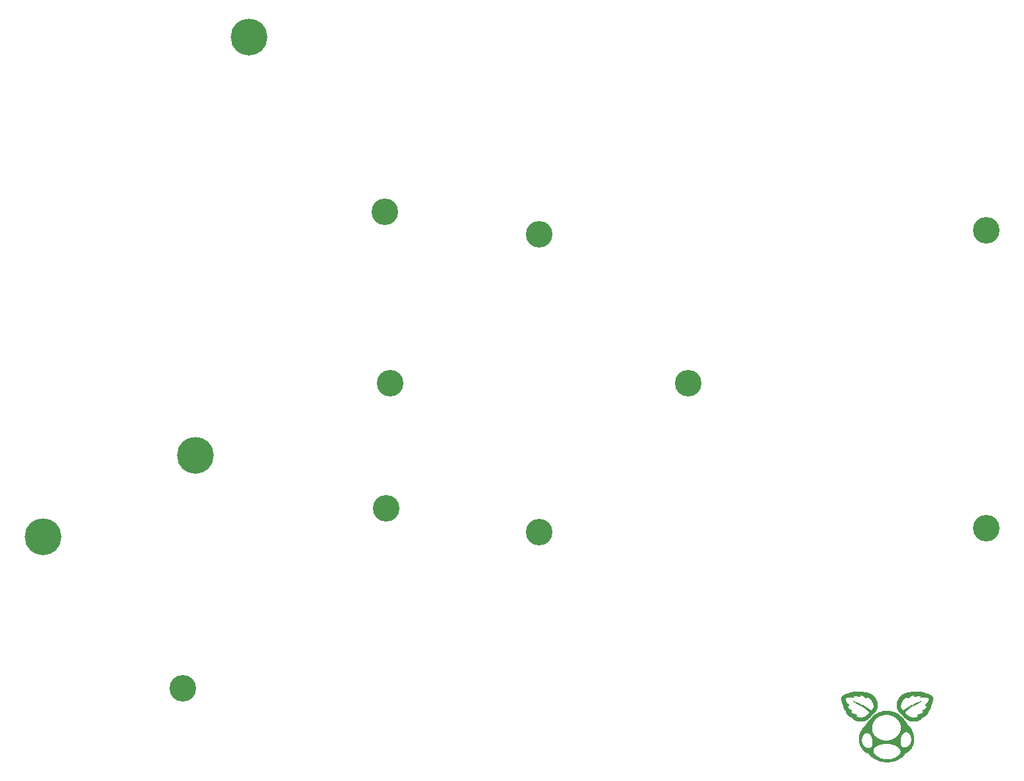
<source format=gbr>
%TF.GenerationSoftware,KiCad,Pcbnew,7.0.5-0*%
%TF.CreationDate,2024-02-11T16:38:14-08:00*%
%TF.ProjectId,Sofle_Pico_Top_Plate,536f666c-655f-4506-9963-6f5f546f705f,3.5.5*%
%TF.SameCoordinates,Original*%
%TF.FileFunction,Soldermask,Top*%
%TF.FilePolarity,Negative*%
%FSLAX46Y46*%
G04 Gerber Fmt 4.6, Leading zero omitted, Abs format (unit mm)*
G04 Created by KiCad (PCBNEW 7.0.5-0) date 2024-02-11 16:38:14*
%MOMM*%
%LPD*%
G01*
G04 APERTURE LIST*
%ADD10C,0.022619*%
%ADD11C,4.700000*%
%ADD12C,3.400000*%
G04 APERTURE END LIST*
%TO.C,REF\u002A\u002A*%
D10*
X188157952Y-127363632D02*
X188197722Y-127365223D01*
X188237587Y-127367758D01*
X188277502Y-127371252D01*
X188317417Y-127375721D01*
X188357287Y-127381180D01*
X188397063Y-127387646D01*
X188436698Y-127395133D01*
X188476146Y-127403659D01*
X188515359Y-127413238D01*
X188554289Y-127423886D01*
X188592889Y-127435619D01*
X188631113Y-127448453D01*
X188668912Y-127462403D01*
X188706240Y-127477486D01*
X188787192Y-127474029D01*
X188868850Y-127476362D01*
X188950925Y-127484356D01*
X189033127Y-127497884D01*
X189115166Y-127516816D01*
X189196750Y-127541024D01*
X189277591Y-127570379D01*
X189357398Y-127604753D01*
X189435881Y-127644017D01*
X189512749Y-127688042D01*
X189587713Y-127736700D01*
X189660483Y-127789863D01*
X189730767Y-127847401D01*
X189798277Y-127909187D01*
X189862721Y-127975091D01*
X189923810Y-128044985D01*
X189981254Y-128118741D01*
X190034762Y-128196229D01*
X190084045Y-128277321D01*
X190128811Y-128361889D01*
X190168772Y-128449804D01*
X190203636Y-128540938D01*
X190233114Y-128635161D01*
X190256915Y-128732346D01*
X190274750Y-128832364D01*
X190286328Y-128935085D01*
X190291358Y-129040382D01*
X190289552Y-129148126D01*
X190280618Y-129258188D01*
X190264267Y-129370440D01*
X190240208Y-129484754D01*
X190208151Y-129601000D01*
X190190078Y-129646749D01*
X190169813Y-129691461D01*
X190147442Y-129735087D01*
X190123048Y-129777577D01*
X190096715Y-129818883D01*
X190068529Y-129858955D01*
X190038572Y-129897745D01*
X190006929Y-129935203D01*
X189973685Y-129971281D01*
X189938924Y-130005930D01*
X189902730Y-130039101D01*
X189865186Y-130070744D01*
X189826378Y-130100812D01*
X189786389Y-130129254D01*
X189745304Y-130156022D01*
X189703208Y-130181067D01*
X189654371Y-130255262D01*
X189604537Y-130326657D01*
X189553454Y-130395327D01*
X189500866Y-130461345D01*
X189446519Y-130524785D01*
X189390159Y-130585722D01*
X189331532Y-130644230D01*
X189270383Y-130700383D01*
X189206460Y-130754255D01*
X189139506Y-130805920D01*
X189069268Y-130855452D01*
X188995493Y-130902925D01*
X188917925Y-130948414D01*
X188836310Y-130991992D01*
X188750395Y-131033734D01*
X188659925Y-131073713D01*
X188582109Y-131094360D01*
X188492209Y-131110854D01*
X188392198Y-131122720D01*
X188284047Y-131129487D01*
X188169729Y-131130681D01*
X188051213Y-131125828D01*
X187930474Y-131114457D01*
X187809482Y-131096095D01*
X187690209Y-131070267D01*
X187574627Y-131036502D01*
X187518836Y-131016494D01*
X187464708Y-130994325D01*
X187412488Y-130969936D01*
X187362423Y-130943266D01*
X187314760Y-130914256D01*
X187269745Y-130882849D01*
X187227624Y-130848984D01*
X187188645Y-130812603D01*
X187153053Y-130773645D01*
X187121095Y-130732054D01*
X187093017Y-130687768D01*
X187069066Y-130640729D01*
X186993936Y-130612424D01*
X186947783Y-130593510D01*
X186897110Y-130570717D01*
X186842821Y-130543517D01*
X186785820Y-130511379D01*
X186727011Y-130473777D01*
X186667297Y-130430180D01*
X186607583Y-130380059D01*
X186548772Y-130322887D01*
X186519988Y-130291491D01*
X186491769Y-130258134D01*
X186464227Y-130222750D01*
X186437477Y-130185272D01*
X186411630Y-130145634D01*
X186386800Y-130103771D01*
X186363099Y-130059616D01*
X186340641Y-130013103D01*
X186319539Y-129964166D01*
X186299906Y-129912739D01*
X186281855Y-129858756D01*
X186265498Y-129802150D01*
X186228529Y-129766698D01*
X186193785Y-129728232D01*
X186161296Y-129687061D01*
X186131092Y-129643498D01*
X186103203Y-129597852D01*
X186077659Y-129550433D01*
X186054489Y-129501553D01*
X186033724Y-129451521D01*
X186015394Y-129400649D01*
X185999528Y-129349247D01*
X185986157Y-129297625D01*
X185975310Y-129246095D01*
X185967017Y-129194966D01*
X185961309Y-129144548D01*
X185958215Y-129095154D01*
X185957765Y-129047093D01*
X185937818Y-129019142D01*
X185918940Y-128989873D01*
X185901085Y-128959422D01*
X185884208Y-128927925D01*
X185868264Y-128895518D01*
X185853208Y-128862339D01*
X185838994Y-128828524D01*
X185825577Y-128794208D01*
X185800953Y-128724623D01*
X185778973Y-128654675D01*
X185759276Y-128585455D01*
X185741499Y-128518055D01*
X185733037Y-128479155D01*
X185725147Y-128440038D01*
X185718081Y-128400731D01*
X185712093Y-128361256D01*
X185707434Y-128321640D01*
X185705683Y-128301786D01*
X185704359Y-128281905D01*
X185703494Y-128262002D01*
X185703244Y-128248692D01*
X186167183Y-128248692D01*
X186172520Y-128310386D01*
X186182088Y-128369287D01*
X186195489Y-128425455D01*
X186212325Y-128478950D01*
X186232197Y-128529832D01*
X186254707Y-128578161D01*
X186279455Y-128623998D01*
X186306045Y-128667401D01*
X186334076Y-128708432D01*
X186363150Y-128747150D01*
X186422836Y-128817888D01*
X186481913Y-128880096D01*
X186537194Y-128934253D01*
X186585490Y-128980840D01*
X186623614Y-129020337D01*
X186637864Y-129037577D01*
X186648376Y-129053225D01*
X186654751Y-129067340D01*
X186656589Y-129079983D01*
X186653494Y-129091214D01*
X186645065Y-129101093D01*
X186630906Y-129109679D01*
X186610616Y-129117034D01*
X186583798Y-129123216D01*
X186550053Y-129128286D01*
X186460189Y-129135330D01*
X186468409Y-129189351D01*
X186481589Y-129240777D01*
X186499241Y-129289663D01*
X186520884Y-129336061D01*
X186546030Y-129380024D01*
X186574196Y-129421605D01*
X186604898Y-129460857D01*
X186637651Y-129497834D01*
X186671969Y-129532588D01*
X186707369Y-129565172D01*
X186779474Y-129624042D01*
X186850090Y-129674869D01*
X186915339Y-129718077D01*
X187014230Y-129783331D01*
X187029541Y-129795545D01*
X187040118Y-129806225D01*
X187045476Y-129815425D01*
X187045131Y-129823196D01*
X187038598Y-129829593D01*
X187025393Y-129834668D01*
X187005031Y-129838474D01*
X186977027Y-129841064D01*
X186896156Y-129842808D01*
X186778903Y-129840326D01*
X186798771Y-129878452D01*
X186823994Y-129914403D01*
X186854048Y-129948282D01*
X186888412Y-129980191D01*
X186926563Y-130010234D01*
X186967979Y-130038514D01*
X187012137Y-130065132D01*
X187058515Y-130090193D01*
X187155840Y-130136051D01*
X187255777Y-130176910D01*
X187446766Y-130246922D01*
X187529459Y-130277720D01*
X187598047Y-130306809D01*
X187625745Y-130320969D01*
X187648350Y-130335011D01*
X187665338Y-130349037D01*
X187676188Y-130363150D01*
X187680377Y-130377452D01*
X187677382Y-130392047D01*
X187666682Y-130407037D01*
X187647754Y-130422525D01*
X187620075Y-130438614D01*
X187583124Y-130455406D01*
X187536377Y-130473005D01*
X187479312Y-130491513D01*
X187566688Y-130537265D01*
X187660633Y-130579498D01*
X187760455Y-130616760D01*
X187865457Y-130647599D01*
X187974943Y-130670562D01*
X188088219Y-130684196D01*
X188146061Y-130687061D01*
X188204590Y-130687048D01*
X188263718Y-130683978D01*
X188323359Y-130677667D01*
X188383425Y-130667934D01*
X188443831Y-130654598D01*
X188504489Y-130637477D01*
X188565312Y-130616390D01*
X188626213Y-130591155D01*
X188687105Y-130561590D01*
X188747902Y-130527514D01*
X188808516Y-130488745D01*
X188868860Y-130445101D01*
X188928848Y-130396402D01*
X188988393Y-130342465D01*
X189047408Y-130283109D01*
X189105805Y-130218152D01*
X189163498Y-130147413D01*
X189220401Y-130070710D01*
X189276425Y-129987862D01*
X189208127Y-129915432D01*
X189132847Y-129841451D01*
X189050337Y-129765853D01*
X188960349Y-129688571D01*
X188862635Y-129609540D01*
X188756945Y-129528693D01*
X188520645Y-129361286D01*
X188249460Y-129185820D01*
X187941403Y-129001767D01*
X187594486Y-128808595D01*
X187206719Y-128605776D01*
X187364774Y-128659917D01*
X187520801Y-128716356D01*
X187674734Y-128775168D01*
X187826508Y-128836425D01*
X187976055Y-128900200D01*
X188123309Y-128966567D01*
X188268205Y-129035597D01*
X188410675Y-129107363D01*
X188550653Y-129181940D01*
X188688074Y-129259399D01*
X188822870Y-129339815D01*
X188954975Y-129423258D01*
X189084323Y-129509804D01*
X189210847Y-129599524D01*
X189334482Y-129692491D01*
X189455161Y-129788779D01*
X189519969Y-129750880D01*
X189578138Y-129708531D01*
X189629798Y-129662057D01*
X189675080Y-129611787D01*
X189714116Y-129558048D01*
X189747038Y-129501165D01*
X189773977Y-129441467D01*
X189795064Y-129379281D01*
X189810431Y-129314932D01*
X189820209Y-129248750D01*
X189824529Y-129181059D01*
X189823524Y-129112189D01*
X189817324Y-129042464D01*
X189806061Y-128972214D01*
X189789867Y-128901764D01*
X189768872Y-128831441D01*
X189743208Y-128761574D01*
X189713007Y-128692488D01*
X189678400Y-128624510D01*
X189639518Y-128557969D01*
X189596494Y-128493190D01*
X189549457Y-128430502D01*
X189498541Y-128370230D01*
X189443875Y-128312702D01*
X189385593Y-128258245D01*
X189323824Y-128207186D01*
X189258700Y-128159852D01*
X189190354Y-128116570D01*
X189118916Y-128077667D01*
X189044518Y-128043470D01*
X188967290Y-128014307D01*
X188887366Y-127990504D01*
X188891398Y-128034194D01*
X188892757Y-128071016D01*
X188891531Y-128101332D01*
X188887810Y-128125506D01*
X188881682Y-128143901D01*
X188873235Y-128156879D01*
X188862560Y-128164804D01*
X188849744Y-128168039D01*
X188834877Y-128166947D01*
X188818048Y-128161892D01*
X188799344Y-128153236D01*
X188778856Y-128141342D01*
X188732881Y-128109296D01*
X188680834Y-128068657D01*
X188561364Y-127973222D01*
X188495364Y-127924237D01*
X188426135Y-127878279D01*
X188390531Y-127857344D01*
X188354387Y-127838255D01*
X188317791Y-127821375D01*
X188280833Y-127807068D01*
X188243600Y-127795697D01*
X188206182Y-127787624D01*
X188168668Y-127783214D01*
X188131146Y-127782829D01*
X188121148Y-127783454D01*
X188111154Y-127784400D01*
X188101168Y-127785675D01*
X188091190Y-127787282D01*
X188081226Y-127789230D01*
X188071276Y-127791523D01*
X188061345Y-127794167D01*
X188051435Y-127797169D01*
X188086022Y-127881665D01*
X188096238Y-127914812D01*
X188101970Y-127942363D01*
X188103397Y-127964674D01*
X188100694Y-127982099D01*
X188094040Y-127994993D01*
X188083610Y-128003709D01*
X188069582Y-128008603D01*
X188052132Y-128010028D01*
X188031438Y-128008341D01*
X188007676Y-128003894D01*
X187951658Y-127988140D01*
X187885493Y-127965604D01*
X187728384Y-127911530D01*
X187640270Y-127885662D01*
X187547671Y-127864357D01*
X187500131Y-127856300D01*
X187452001Y-127850448D01*
X187403458Y-127847154D01*
X187354677Y-127846773D01*
X187305837Y-127849659D01*
X187257114Y-127856167D01*
X187208685Y-127866651D01*
X187160727Y-127881466D01*
X187223258Y-127953110D01*
X187260898Y-128004471D01*
X187270938Y-128023469D01*
X187275420Y-128038505D01*
X187274566Y-128049947D01*
X187268598Y-128058165D01*
X187257736Y-128063530D01*
X187242203Y-128066409D01*
X187198009Y-128066189D01*
X187063317Y-128052184D01*
X186976365Y-128044309D01*
X186878705Y-128039791D01*
X186772111Y-128041586D01*
X186658356Y-128052650D01*
X186599347Y-128062581D01*
X186539213Y-128075938D01*
X186478175Y-128093089D01*
X186416454Y-128114404D01*
X186354273Y-128140252D01*
X186291853Y-128171003D01*
X186229416Y-128207027D01*
X186167183Y-128248692D01*
X185703244Y-128248692D01*
X185703119Y-128242078D01*
X185703267Y-128222138D01*
X185703969Y-128202183D01*
X185705092Y-128181879D01*
X185707283Y-128161690D01*
X185710523Y-128141661D01*
X185714792Y-128121840D01*
X185720070Y-128102275D01*
X185726339Y-128083012D01*
X185733577Y-128064099D01*
X185741767Y-128045582D01*
X185750887Y-128027509D01*
X185760920Y-128009927D01*
X185771844Y-127992883D01*
X185783642Y-127976424D01*
X185796292Y-127960597D01*
X185809776Y-127945450D01*
X185824074Y-127931029D01*
X185839167Y-127917381D01*
X185882393Y-127883761D01*
X185926848Y-127851854D01*
X185972461Y-127821667D01*
X186019160Y-127793205D01*
X186066875Y-127766476D01*
X186115533Y-127741485D01*
X186165064Y-127718239D01*
X186215396Y-127696745D01*
X186266458Y-127677008D01*
X186318179Y-127659034D01*
X186370487Y-127642831D01*
X186423311Y-127628405D01*
X186476580Y-127615761D01*
X186530223Y-127604907D01*
X186584167Y-127595847D01*
X186638343Y-127588590D01*
X186659976Y-127574746D01*
X186682055Y-127562139D01*
X186704562Y-127550632D01*
X186727477Y-127540087D01*
X186750781Y-127530365D01*
X186774453Y-127521329D01*
X186822825Y-127504759D01*
X186923132Y-127473769D01*
X186974753Y-127457138D01*
X187000862Y-127448055D01*
X187027144Y-127438276D01*
X187065704Y-127426824D01*
X187106040Y-127416543D01*
X187147904Y-127407459D01*
X187191051Y-127399595D01*
X187235235Y-127392973D01*
X187280210Y-127387618D01*
X187325728Y-127383553D01*
X187371546Y-127380801D01*
X187417415Y-127379386D01*
X187463090Y-127379331D01*
X187508325Y-127380660D01*
X187552874Y-127383397D01*
X187596491Y-127387564D01*
X187638929Y-127393186D01*
X187679942Y-127400285D01*
X187719285Y-127408885D01*
X187761608Y-127399139D01*
X187804845Y-127390492D01*
X187848915Y-127382971D01*
X187893735Y-127376603D01*
X187939224Y-127371417D01*
X187985300Y-127367438D01*
X188031882Y-127364696D01*
X188078888Y-127363216D01*
X188118325Y-127362968D01*
X188157952Y-127363632D01*
G36*
X188157952Y-127363632D02*
G01*
X188197722Y-127365223D01*
X188237587Y-127367758D01*
X188277502Y-127371252D01*
X188317417Y-127375721D01*
X188357287Y-127381180D01*
X188397063Y-127387646D01*
X188436698Y-127395133D01*
X188476146Y-127403659D01*
X188515359Y-127413238D01*
X188554289Y-127423886D01*
X188592889Y-127435619D01*
X188631113Y-127448453D01*
X188668912Y-127462403D01*
X188706240Y-127477486D01*
X188787192Y-127474029D01*
X188868850Y-127476362D01*
X188950925Y-127484356D01*
X189033127Y-127497884D01*
X189115166Y-127516816D01*
X189196750Y-127541024D01*
X189277591Y-127570379D01*
X189357398Y-127604753D01*
X189435881Y-127644017D01*
X189512749Y-127688042D01*
X189587713Y-127736700D01*
X189660483Y-127789863D01*
X189730767Y-127847401D01*
X189798277Y-127909187D01*
X189862721Y-127975091D01*
X189923810Y-128044985D01*
X189981254Y-128118741D01*
X190034762Y-128196229D01*
X190084045Y-128277321D01*
X190128811Y-128361889D01*
X190168772Y-128449804D01*
X190203636Y-128540938D01*
X190233114Y-128635161D01*
X190256915Y-128732346D01*
X190274750Y-128832364D01*
X190286328Y-128935085D01*
X190291358Y-129040382D01*
X190289552Y-129148126D01*
X190280618Y-129258188D01*
X190264267Y-129370440D01*
X190240208Y-129484754D01*
X190208151Y-129601000D01*
X190190078Y-129646749D01*
X190169813Y-129691461D01*
X190147442Y-129735087D01*
X190123048Y-129777577D01*
X190096715Y-129818883D01*
X190068529Y-129858955D01*
X190038572Y-129897745D01*
X190006929Y-129935203D01*
X189973685Y-129971281D01*
X189938924Y-130005930D01*
X189902730Y-130039101D01*
X189865186Y-130070744D01*
X189826378Y-130100812D01*
X189786389Y-130129254D01*
X189745304Y-130156022D01*
X189703208Y-130181067D01*
X189654371Y-130255262D01*
X189604537Y-130326657D01*
X189553454Y-130395327D01*
X189500866Y-130461345D01*
X189446519Y-130524785D01*
X189390159Y-130585722D01*
X189331532Y-130644230D01*
X189270383Y-130700383D01*
X189206460Y-130754255D01*
X189139506Y-130805920D01*
X189069268Y-130855452D01*
X188995493Y-130902925D01*
X188917925Y-130948414D01*
X188836310Y-130991992D01*
X188750395Y-131033734D01*
X188659925Y-131073713D01*
X188582109Y-131094360D01*
X188492209Y-131110854D01*
X188392198Y-131122720D01*
X188284047Y-131129487D01*
X188169729Y-131130681D01*
X188051213Y-131125828D01*
X187930474Y-131114457D01*
X187809482Y-131096095D01*
X187690209Y-131070267D01*
X187574627Y-131036502D01*
X187518836Y-131016494D01*
X187464708Y-130994325D01*
X187412488Y-130969936D01*
X187362423Y-130943266D01*
X187314760Y-130914256D01*
X187269745Y-130882849D01*
X187227624Y-130848984D01*
X187188645Y-130812603D01*
X187153053Y-130773645D01*
X187121095Y-130732054D01*
X187093017Y-130687768D01*
X187069066Y-130640729D01*
X186993936Y-130612424D01*
X186947783Y-130593510D01*
X186897110Y-130570717D01*
X186842821Y-130543517D01*
X186785820Y-130511379D01*
X186727011Y-130473777D01*
X186667297Y-130430180D01*
X186607583Y-130380059D01*
X186548772Y-130322887D01*
X186519988Y-130291491D01*
X186491769Y-130258134D01*
X186464227Y-130222750D01*
X186437477Y-130185272D01*
X186411630Y-130145634D01*
X186386800Y-130103771D01*
X186363099Y-130059616D01*
X186340641Y-130013103D01*
X186319539Y-129964166D01*
X186299906Y-129912739D01*
X186281855Y-129858756D01*
X186265498Y-129802150D01*
X186228529Y-129766698D01*
X186193785Y-129728232D01*
X186161296Y-129687061D01*
X186131092Y-129643498D01*
X186103203Y-129597852D01*
X186077659Y-129550433D01*
X186054489Y-129501553D01*
X186033724Y-129451521D01*
X186015394Y-129400649D01*
X185999528Y-129349247D01*
X185986157Y-129297625D01*
X185975310Y-129246095D01*
X185967017Y-129194966D01*
X185961309Y-129144548D01*
X185958215Y-129095154D01*
X185957765Y-129047093D01*
X185937818Y-129019142D01*
X185918940Y-128989873D01*
X185901085Y-128959422D01*
X185884208Y-128927925D01*
X185868264Y-128895518D01*
X185853208Y-128862339D01*
X185838994Y-128828524D01*
X185825577Y-128794208D01*
X185800953Y-128724623D01*
X185778973Y-128654675D01*
X185759276Y-128585455D01*
X185741499Y-128518055D01*
X185733037Y-128479155D01*
X185725147Y-128440038D01*
X185718081Y-128400731D01*
X185712093Y-128361256D01*
X185707434Y-128321640D01*
X185705683Y-128301786D01*
X185704359Y-128281905D01*
X185703494Y-128262002D01*
X185703244Y-128248692D01*
X186167183Y-128248692D01*
X186172520Y-128310386D01*
X186182088Y-128369287D01*
X186195489Y-128425455D01*
X186212325Y-128478950D01*
X186232197Y-128529832D01*
X186254707Y-128578161D01*
X186279455Y-128623998D01*
X186306045Y-128667401D01*
X186334076Y-128708432D01*
X186363150Y-128747150D01*
X186422836Y-128817888D01*
X186481913Y-128880096D01*
X186537194Y-128934253D01*
X186585490Y-128980840D01*
X186623614Y-129020337D01*
X186637864Y-129037577D01*
X186648376Y-129053225D01*
X186654751Y-129067340D01*
X186656589Y-129079983D01*
X186653494Y-129091214D01*
X186645065Y-129101093D01*
X186630906Y-129109679D01*
X186610616Y-129117034D01*
X186583798Y-129123216D01*
X186550053Y-129128286D01*
X186460189Y-129135330D01*
X186468409Y-129189351D01*
X186481589Y-129240777D01*
X186499241Y-129289663D01*
X186520884Y-129336061D01*
X186546030Y-129380024D01*
X186574196Y-129421605D01*
X186604898Y-129460857D01*
X186637651Y-129497834D01*
X186671969Y-129532588D01*
X186707369Y-129565172D01*
X186779474Y-129624042D01*
X186850090Y-129674869D01*
X186915339Y-129718077D01*
X187014230Y-129783331D01*
X187029541Y-129795545D01*
X187040118Y-129806225D01*
X187045476Y-129815425D01*
X187045131Y-129823196D01*
X187038598Y-129829593D01*
X187025393Y-129834668D01*
X187005031Y-129838474D01*
X186977027Y-129841064D01*
X186896156Y-129842808D01*
X186778903Y-129840326D01*
X186798771Y-129878452D01*
X186823994Y-129914403D01*
X186854048Y-129948282D01*
X186888412Y-129980191D01*
X186926563Y-130010234D01*
X186967979Y-130038514D01*
X187012137Y-130065132D01*
X187058515Y-130090193D01*
X187155840Y-130136051D01*
X187255777Y-130176910D01*
X187446766Y-130246922D01*
X187529459Y-130277720D01*
X187598047Y-130306809D01*
X187625745Y-130320969D01*
X187648350Y-130335011D01*
X187665338Y-130349037D01*
X187676188Y-130363150D01*
X187680377Y-130377452D01*
X187677382Y-130392047D01*
X187666682Y-130407037D01*
X187647754Y-130422525D01*
X187620075Y-130438614D01*
X187583124Y-130455406D01*
X187536377Y-130473005D01*
X187479312Y-130491513D01*
X187566688Y-130537265D01*
X187660633Y-130579498D01*
X187760455Y-130616760D01*
X187865457Y-130647599D01*
X187974943Y-130670562D01*
X188088219Y-130684196D01*
X188146061Y-130687061D01*
X188204590Y-130687048D01*
X188263718Y-130683978D01*
X188323359Y-130677667D01*
X188383425Y-130667934D01*
X188443831Y-130654598D01*
X188504489Y-130637477D01*
X188565312Y-130616390D01*
X188626213Y-130591155D01*
X188687105Y-130561590D01*
X188747902Y-130527514D01*
X188808516Y-130488745D01*
X188868860Y-130445101D01*
X188928848Y-130396402D01*
X188988393Y-130342465D01*
X189047408Y-130283109D01*
X189105805Y-130218152D01*
X189163498Y-130147413D01*
X189220401Y-130070710D01*
X189276425Y-129987862D01*
X189208127Y-129915432D01*
X189132847Y-129841451D01*
X189050337Y-129765853D01*
X188960349Y-129688571D01*
X188862635Y-129609540D01*
X188756945Y-129528693D01*
X188520645Y-129361286D01*
X188249460Y-129185820D01*
X187941403Y-129001767D01*
X187594486Y-128808595D01*
X187206719Y-128605776D01*
X187364774Y-128659917D01*
X187520801Y-128716356D01*
X187674734Y-128775168D01*
X187826508Y-128836425D01*
X187976055Y-128900200D01*
X188123309Y-128966567D01*
X188268205Y-129035597D01*
X188410675Y-129107363D01*
X188550653Y-129181940D01*
X188688074Y-129259399D01*
X188822870Y-129339815D01*
X188954975Y-129423258D01*
X189084323Y-129509804D01*
X189210847Y-129599524D01*
X189334482Y-129692491D01*
X189455161Y-129788779D01*
X189519969Y-129750880D01*
X189578138Y-129708531D01*
X189629798Y-129662057D01*
X189675080Y-129611787D01*
X189714116Y-129558048D01*
X189747038Y-129501165D01*
X189773977Y-129441467D01*
X189795064Y-129379281D01*
X189810431Y-129314932D01*
X189820209Y-129248750D01*
X189824529Y-129181059D01*
X189823524Y-129112189D01*
X189817324Y-129042464D01*
X189806061Y-128972214D01*
X189789867Y-128901764D01*
X189768872Y-128831441D01*
X189743208Y-128761574D01*
X189713007Y-128692488D01*
X189678400Y-128624510D01*
X189639518Y-128557969D01*
X189596494Y-128493190D01*
X189549457Y-128430502D01*
X189498541Y-128370230D01*
X189443875Y-128312702D01*
X189385593Y-128258245D01*
X189323824Y-128207186D01*
X189258700Y-128159852D01*
X189190354Y-128116570D01*
X189118916Y-128077667D01*
X189044518Y-128043470D01*
X188967290Y-128014307D01*
X188887366Y-127990504D01*
X188891398Y-128034194D01*
X188892757Y-128071016D01*
X188891531Y-128101332D01*
X188887810Y-128125506D01*
X188881682Y-128143901D01*
X188873235Y-128156879D01*
X188862560Y-128164804D01*
X188849744Y-128168039D01*
X188834877Y-128166947D01*
X188818048Y-128161892D01*
X188799344Y-128153236D01*
X188778856Y-128141342D01*
X188732881Y-128109296D01*
X188680834Y-128068657D01*
X188561364Y-127973222D01*
X188495364Y-127924237D01*
X188426135Y-127878279D01*
X188390531Y-127857344D01*
X188354387Y-127838255D01*
X188317791Y-127821375D01*
X188280833Y-127807068D01*
X188243600Y-127795697D01*
X188206182Y-127787624D01*
X188168668Y-127783214D01*
X188131146Y-127782829D01*
X188121148Y-127783454D01*
X188111154Y-127784400D01*
X188101168Y-127785675D01*
X188091190Y-127787282D01*
X188081226Y-127789230D01*
X188071276Y-127791523D01*
X188061345Y-127794167D01*
X188051435Y-127797169D01*
X188086022Y-127881665D01*
X188096238Y-127914812D01*
X188101970Y-127942363D01*
X188103397Y-127964674D01*
X188100694Y-127982099D01*
X188094040Y-127994993D01*
X188083610Y-128003709D01*
X188069582Y-128008603D01*
X188052132Y-128010028D01*
X188031438Y-128008341D01*
X188007676Y-128003894D01*
X187951658Y-127988140D01*
X187885493Y-127965604D01*
X187728384Y-127911530D01*
X187640270Y-127885662D01*
X187547671Y-127864357D01*
X187500131Y-127856300D01*
X187452001Y-127850448D01*
X187403458Y-127847154D01*
X187354677Y-127846773D01*
X187305837Y-127849659D01*
X187257114Y-127856167D01*
X187208685Y-127866651D01*
X187160727Y-127881466D01*
X187223258Y-127953110D01*
X187260898Y-128004471D01*
X187270938Y-128023469D01*
X187275420Y-128038505D01*
X187274566Y-128049947D01*
X187268598Y-128058165D01*
X187257736Y-128063530D01*
X187242203Y-128066409D01*
X187198009Y-128066189D01*
X187063317Y-128052184D01*
X186976365Y-128044309D01*
X186878705Y-128039791D01*
X186772111Y-128041586D01*
X186658356Y-128052650D01*
X186599347Y-128062581D01*
X186539213Y-128075938D01*
X186478175Y-128093089D01*
X186416454Y-128114404D01*
X186354273Y-128140252D01*
X186291853Y-128171003D01*
X186229416Y-128207027D01*
X186167183Y-128248692D01*
X185703244Y-128248692D01*
X185703119Y-128242078D01*
X185703267Y-128222138D01*
X185703969Y-128202183D01*
X185705092Y-128181879D01*
X185707283Y-128161690D01*
X185710523Y-128141661D01*
X185714792Y-128121840D01*
X185720070Y-128102275D01*
X185726339Y-128083012D01*
X185733577Y-128064099D01*
X185741767Y-128045582D01*
X185750887Y-128027509D01*
X185760920Y-128009927D01*
X185771844Y-127992883D01*
X185783642Y-127976424D01*
X185796292Y-127960597D01*
X185809776Y-127945450D01*
X185824074Y-127931029D01*
X185839167Y-127917381D01*
X185882393Y-127883761D01*
X185926848Y-127851854D01*
X185972461Y-127821667D01*
X186019160Y-127793205D01*
X186066875Y-127766476D01*
X186115533Y-127741485D01*
X186165064Y-127718239D01*
X186215396Y-127696745D01*
X186266458Y-127677008D01*
X186318179Y-127659034D01*
X186370487Y-127642831D01*
X186423311Y-127628405D01*
X186476580Y-127615761D01*
X186530223Y-127604907D01*
X186584167Y-127595847D01*
X186638343Y-127588590D01*
X186659976Y-127574746D01*
X186682055Y-127562139D01*
X186704562Y-127550632D01*
X186727477Y-127540087D01*
X186750781Y-127530365D01*
X186774453Y-127521329D01*
X186822825Y-127504759D01*
X186923132Y-127473769D01*
X186974753Y-127457138D01*
X187000862Y-127448055D01*
X187027144Y-127438276D01*
X187065704Y-127426824D01*
X187106040Y-127416543D01*
X187147904Y-127407459D01*
X187191051Y-127399595D01*
X187235235Y-127392973D01*
X187280210Y-127387618D01*
X187325728Y-127383553D01*
X187371546Y-127380801D01*
X187417415Y-127379386D01*
X187463090Y-127379331D01*
X187508325Y-127380660D01*
X187552874Y-127383397D01*
X187596491Y-127387564D01*
X187638929Y-127393186D01*
X187679942Y-127400285D01*
X187719285Y-127408885D01*
X187761608Y-127399139D01*
X187804845Y-127390492D01*
X187848915Y-127382971D01*
X187893735Y-127376603D01*
X187939224Y-127371417D01*
X187985300Y-127367438D01*
X188031882Y-127364696D01*
X188078888Y-127363216D01*
X188118325Y-127362968D01*
X188157952Y-127363632D01*
G37*
X195011113Y-127363216D02*
X195058119Y-127364696D01*
X195104701Y-127367438D01*
X195150778Y-127371417D01*
X195196267Y-127376603D01*
X195241087Y-127382971D01*
X195285156Y-127390492D01*
X195328393Y-127399139D01*
X195370716Y-127408885D01*
X195410059Y-127400285D01*
X195451072Y-127393186D01*
X195493510Y-127387564D01*
X195537127Y-127383397D01*
X195581676Y-127380660D01*
X195626911Y-127379331D01*
X195672586Y-127379386D01*
X195718456Y-127380801D01*
X195764273Y-127383553D01*
X195809792Y-127387618D01*
X195854766Y-127392973D01*
X195898950Y-127399595D01*
X195942097Y-127407459D01*
X195983962Y-127416543D01*
X196024297Y-127426824D01*
X196062858Y-127438276D01*
X196089139Y-127448055D01*
X196115248Y-127457138D01*
X196166869Y-127473769D01*
X196267176Y-127504759D01*
X196315548Y-127521329D01*
X196339220Y-127530365D01*
X196362524Y-127540087D01*
X196385439Y-127550632D01*
X196407946Y-127562139D01*
X196430026Y-127574746D01*
X196451658Y-127588590D01*
X196505834Y-127595847D01*
X196559779Y-127604907D01*
X196613421Y-127615761D01*
X196666690Y-127628405D01*
X196719514Y-127642831D01*
X196771822Y-127659034D01*
X196823543Y-127677008D01*
X196874605Y-127696745D01*
X196924937Y-127718239D01*
X196974468Y-127741485D01*
X197023126Y-127766476D01*
X197070841Y-127793205D01*
X197117540Y-127821667D01*
X197163153Y-127851854D01*
X197207608Y-127883761D01*
X197250834Y-127917381D01*
X197265926Y-127931029D01*
X197280225Y-127945450D01*
X197293709Y-127960597D01*
X197306359Y-127976424D01*
X197318157Y-127992883D01*
X197329081Y-128009927D01*
X197339114Y-128027509D01*
X197348234Y-128045582D01*
X197356424Y-128064099D01*
X197363662Y-128083012D01*
X197369931Y-128102275D01*
X197375209Y-128121840D01*
X197379478Y-128141661D01*
X197382718Y-128161690D01*
X197384909Y-128181879D01*
X197386032Y-128202183D01*
X197386734Y-128222138D01*
X197386882Y-128242078D01*
X197386507Y-128262002D01*
X197385642Y-128281905D01*
X197384318Y-128301786D01*
X197382567Y-128321640D01*
X197377908Y-128361256D01*
X197371920Y-128400731D01*
X197364854Y-128440038D01*
X197356964Y-128479155D01*
X197348502Y-128518055D01*
X197330725Y-128585455D01*
X197311028Y-128654675D01*
X197289048Y-128724623D01*
X197264424Y-128794208D01*
X197251007Y-128828524D01*
X197236793Y-128862339D01*
X197221737Y-128895518D01*
X197205793Y-128927925D01*
X197188916Y-128959422D01*
X197171062Y-128989873D01*
X197152183Y-129019142D01*
X197132237Y-129047093D01*
X197131787Y-129095154D01*
X197128692Y-129144548D01*
X197122984Y-129194966D01*
X197114691Y-129246095D01*
X197103845Y-129297625D01*
X197090473Y-129349247D01*
X197074607Y-129400649D01*
X197056277Y-129451521D01*
X197035512Y-129501553D01*
X197012342Y-129550433D01*
X196986798Y-129597852D01*
X196958909Y-129643498D01*
X196928705Y-129687061D01*
X196896216Y-129728232D01*
X196861472Y-129766698D01*
X196824503Y-129802150D01*
X196808146Y-129858756D01*
X196790095Y-129912739D01*
X196770461Y-129964166D01*
X196749359Y-130013103D01*
X196726902Y-130059616D01*
X196703201Y-130103771D01*
X196678371Y-130145634D01*
X196652524Y-130185272D01*
X196625774Y-130222750D01*
X196598232Y-130258134D01*
X196570013Y-130291491D01*
X196541229Y-130322887D01*
X196482418Y-130380059D01*
X196422704Y-130430180D01*
X196362990Y-130473777D01*
X196304181Y-130511379D01*
X196247180Y-130543517D01*
X196192891Y-130570717D01*
X196142219Y-130593510D01*
X196096066Y-130612424D01*
X196020935Y-130640729D01*
X195996984Y-130687768D01*
X195968907Y-130732054D01*
X195936948Y-130773645D01*
X195901356Y-130812602D01*
X195862377Y-130848984D01*
X195820256Y-130882849D01*
X195775241Y-130914256D01*
X195727578Y-130943265D01*
X195677513Y-130969935D01*
X195625293Y-130994325D01*
X195571165Y-131016494D01*
X195515374Y-131036501D01*
X195399792Y-131070267D01*
X195280519Y-131096095D01*
X195159527Y-131114457D01*
X195038788Y-131125828D01*
X194920273Y-131130681D01*
X194805954Y-131129487D01*
X194697803Y-131122720D01*
X194597792Y-131110854D01*
X194507892Y-131094360D01*
X194430076Y-131073713D01*
X194339606Y-131033734D01*
X194253691Y-130991992D01*
X194172076Y-130948414D01*
X194094508Y-130902925D01*
X194020733Y-130855452D01*
X193950495Y-130805920D01*
X193883541Y-130754255D01*
X193819617Y-130700383D01*
X193758469Y-130644230D01*
X193699842Y-130585722D01*
X193643482Y-130524785D01*
X193589135Y-130461345D01*
X193536547Y-130395327D01*
X193485463Y-130326657D01*
X193435630Y-130255262D01*
X193386793Y-130181067D01*
X193344696Y-130156022D01*
X193303611Y-130129254D01*
X193263623Y-130100812D01*
X193224815Y-130070744D01*
X193187271Y-130039101D01*
X193151077Y-130005930D01*
X193116315Y-129971281D01*
X193083071Y-129935203D01*
X193051429Y-129897745D01*
X193021472Y-129858955D01*
X192993286Y-129818883D01*
X192966953Y-129777577D01*
X192942559Y-129735087D01*
X192920188Y-129691461D01*
X192899923Y-129646749D01*
X192881850Y-129601000D01*
X192849793Y-129484754D01*
X192825734Y-129370440D01*
X192809383Y-129258188D01*
X192803122Y-129181059D01*
X193265471Y-129181059D01*
X193269791Y-129248750D01*
X193279569Y-129314932D01*
X193294936Y-129379281D01*
X193316023Y-129441467D01*
X193342962Y-129501165D01*
X193375884Y-129558048D01*
X193414920Y-129611787D01*
X193460203Y-129662057D01*
X193511862Y-129708531D01*
X193570031Y-129750880D01*
X193634840Y-129788779D01*
X193755518Y-129692491D01*
X193879153Y-129599524D01*
X194005677Y-129509804D01*
X194135025Y-129423258D01*
X194267130Y-129339815D01*
X194401926Y-129259399D01*
X194539346Y-129181940D01*
X194679325Y-129107363D01*
X194821795Y-129035597D01*
X194966690Y-128966567D01*
X195113945Y-128900200D01*
X195263492Y-128836425D01*
X195415266Y-128775168D01*
X195569199Y-128716356D01*
X195725226Y-128659917D01*
X195883281Y-128605776D01*
X195495514Y-128808595D01*
X195148597Y-129001767D01*
X194840540Y-129185820D01*
X194569356Y-129361286D01*
X194333055Y-129528693D01*
X194227365Y-129609540D01*
X194129651Y-129688571D01*
X194039663Y-129765853D01*
X193957153Y-129841451D01*
X193881873Y-129915432D01*
X193813575Y-129987862D01*
X193869599Y-130070710D01*
X193926502Y-130147413D01*
X193984195Y-130218152D01*
X194042592Y-130283109D01*
X194101607Y-130342465D01*
X194161152Y-130396402D01*
X194221140Y-130445101D01*
X194281485Y-130488745D01*
X194342099Y-130527514D01*
X194402895Y-130561590D01*
X194463788Y-130591155D01*
X194524689Y-130616390D01*
X194585512Y-130637477D01*
X194646169Y-130654598D01*
X194706575Y-130667934D01*
X194766642Y-130677667D01*
X194826283Y-130683978D01*
X194885411Y-130687048D01*
X194943939Y-130687061D01*
X195001781Y-130684196D01*
X195115057Y-130670562D01*
X195224544Y-130647599D01*
X195329545Y-130616760D01*
X195429367Y-130579498D01*
X195523312Y-130537265D01*
X195610687Y-130491513D01*
X195553623Y-130473005D01*
X195506876Y-130455406D01*
X195469924Y-130438614D01*
X195442246Y-130422525D01*
X195423317Y-130407037D01*
X195412617Y-130392047D01*
X195409623Y-130377452D01*
X195413812Y-130363150D01*
X195424662Y-130349037D01*
X195441650Y-130335011D01*
X195464254Y-130320969D01*
X195491952Y-130306809D01*
X195560540Y-130277720D01*
X195643234Y-130246922D01*
X195834223Y-130176910D01*
X195934159Y-130136051D01*
X196031485Y-130090193D01*
X196077863Y-130065132D01*
X196122021Y-130038514D01*
X196163437Y-130010234D01*
X196201588Y-129980191D01*
X196235952Y-129948282D01*
X196266006Y-129914403D01*
X196291229Y-129878452D01*
X196311097Y-129840326D01*
X196193844Y-129842808D01*
X196112973Y-129841064D01*
X196084969Y-129838474D01*
X196064607Y-129834668D01*
X196051402Y-129829593D01*
X196044869Y-129823196D01*
X196044524Y-129815425D01*
X196049882Y-129806225D01*
X196060459Y-129795545D01*
X196075770Y-129783331D01*
X196174661Y-129718077D01*
X196239910Y-129674869D01*
X196310526Y-129624042D01*
X196382631Y-129565172D01*
X196418031Y-129532588D01*
X196452350Y-129497834D01*
X196485102Y-129460857D01*
X196515804Y-129421605D01*
X196543970Y-129380024D01*
X196569117Y-129336061D01*
X196590759Y-129289663D01*
X196608411Y-129240777D01*
X196621591Y-129189351D01*
X196629811Y-129135330D01*
X196539947Y-129128286D01*
X196506202Y-129123216D01*
X196479384Y-129117034D01*
X196459094Y-129109679D01*
X196444934Y-129101093D01*
X196436506Y-129091214D01*
X196433410Y-129079983D01*
X196435249Y-129067340D01*
X196441624Y-129053225D01*
X196452136Y-129037577D01*
X196466386Y-129020337D01*
X196504510Y-128980840D01*
X196552806Y-128934253D01*
X196608087Y-128880096D01*
X196667164Y-128817888D01*
X196726850Y-128747150D01*
X196755924Y-128708432D01*
X196783956Y-128667401D01*
X196810545Y-128623998D01*
X196835293Y-128578161D01*
X196857803Y-128529832D01*
X196877675Y-128478950D01*
X196894511Y-128425455D01*
X196907912Y-128369287D01*
X196917481Y-128310386D01*
X196922817Y-128248692D01*
X196860584Y-128207027D01*
X196798147Y-128171003D01*
X196735727Y-128140252D01*
X196673546Y-128114404D01*
X196611826Y-128093089D01*
X196550788Y-128075938D01*
X196490653Y-128062581D01*
X196431644Y-128052650D01*
X196317889Y-128041586D01*
X196211295Y-128039791D01*
X196113636Y-128044309D01*
X196026683Y-128052184D01*
X195891991Y-128066189D01*
X195847797Y-128066409D01*
X195832264Y-128063530D01*
X195821403Y-128058165D01*
X195815434Y-128049947D01*
X195814580Y-128038505D01*
X195819062Y-128023469D01*
X195829102Y-128004471D01*
X195866742Y-127953110D01*
X195929273Y-127881466D01*
X195881315Y-127866651D01*
X195832886Y-127856167D01*
X195784163Y-127849659D01*
X195735323Y-127846773D01*
X195686542Y-127847154D01*
X195637999Y-127850448D01*
X195589869Y-127856300D01*
X195542329Y-127864357D01*
X195449730Y-127885662D01*
X195361617Y-127911530D01*
X195204507Y-127965604D01*
X195138342Y-127988140D01*
X195082324Y-128003894D01*
X195058562Y-128008341D01*
X195037868Y-128010028D01*
X195020419Y-128008603D01*
X195006390Y-128003709D01*
X194995960Y-127994993D01*
X194989306Y-127982099D01*
X194986603Y-127964674D01*
X194988030Y-127942363D01*
X194993762Y-127914812D01*
X195003977Y-127881665D01*
X195038565Y-127797169D01*
X195028655Y-127794167D01*
X195018724Y-127791523D01*
X195008774Y-127789230D01*
X194998810Y-127787282D01*
X194988832Y-127785675D01*
X194978846Y-127784400D01*
X194968852Y-127783454D01*
X194958854Y-127782829D01*
X194921332Y-127783214D01*
X194883818Y-127787624D01*
X194846400Y-127795697D01*
X194809167Y-127807068D01*
X194772209Y-127821375D01*
X194735613Y-127838255D01*
X194699469Y-127857344D01*
X194663866Y-127878279D01*
X194594636Y-127924237D01*
X194528636Y-127973222D01*
X194409167Y-128068657D01*
X194357119Y-128109296D01*
X194311144Y-128141342D01*
X194290656Y-128153236D01*
X194271953Y-128161892D01*
X194255123Y-128166947D01*
X194240256Y-128168039D01*
X194227440Y-128164804D01*
X194216765Y-128156879D01*
X194208319Y-128143901D01*
X194202190Y-128125506D01*
X194198469Y-128101332D01*
X194197243Y-128071016D01*
X194198602Y-128034194D01*
X194202634Y-127990504D01*
X194122709Y-128014307D01*
X194045482Y-128043470D01*
X193971084Y-128077667D01*
X193899646Y-128116570D01*
X193831299Y-128159852D01*
X193766176Y-128207186D01*
X193704407Y-128258245D01*
X193646124Y-128312702D01*
X193591459Y-128370230D01*
X193540542Y-128430502D01*
X193493506Y-128493190D01*
X193450481Y-128557969D01*
X193411600Y-128624510D01*
X193376993Y-128692488D01*
X193346792Y-128761574D01*
X193321128Y-128831441D01*
X193300133Y-128901764D01*
X193283939Y-128972214D01*
X193272676Y-129042464D01*
X193266476Y-129112189D01*
X193265471Y-129181059D01*
X192803122Y-129181059D01*
X192800449Y-129148126D01*
X192798642Y-129040382D01*
X192803673Y-128935085D01*
X192815251Y-128832364D01*
X192833086Y-128732346D01*
X192856887Y-128635161D01*
X192886365Y-128540938D01*
X192921229Y-128449804D01*
X192961189Y-128361889D01*
X193005956Y-128277321D01*
X193055238Y-128196229D01*
X193108747Y-128118741D01*
X193166190Y-128044985D01*
X193227280Y-127975091D01*
X193291724Y-127909187D01*
X193359234Y-127847402D01*
X193429518Y-127789863D01*
X193502288Y-127736700D01*
X193577252Y-127688042D01*
X193654120Y-127644017D01*
X193732603Y-127604753D01*
X193812410Y-127570379D01*
X193893251Y-127541024D01*
X193974835Y-127516816D01*
X194056874Y-127497884D01*
X194139076Y-127484356D01*
X194221151Y-127476362D01*
X194302810Y-127474029D01*
X194383761Y-127477486D01*
X194421089Y-127462403D01*
X194458888Y-127448453D01*
X194497112Y-127435619D01*
X194535712Y-127423886D01*
X194574642Y-127413238D01*
X194613855Y-127403659D01*
X194653302Y-127395133D01*
X194692938Y-127387646D01*
X194732714Y-127381180D01*
X194772584Y-127375721D01*
X194812499Y-127371252D01*
X194852414Y-127367758D01*
X194892280Y-127365223D01*
X194932050Y-127363632D01*
X194971677Y-127362968D01*
X195011113Y-127363216D01*
G36*
X195011113Y-127363216D02*
G01*
X195058119Y-127364696D01*
X195104701Y-127367438D01*
X195150778Y-127371417D01*
X195196267Y-127376603D01*
X195241087Y-127382971D01*
X195285156Y-127390492D01*
X195328393Y-127399139D01*
X195370716Y-127408885D01*
X195410059Y-127400285D01*
X195451072Y-127393186D01*
X195493510Y-127387564D01*
X195537127Y-127383397D01*
X195581676Y-127380660D01*
X195626911Y-127379331D01*
X195672586Y-127379386D01*
X195718456Y-127380801D01*
X195764273Y-127383553D01*
X195809792Y-127387618D01*
X195854766Y-127392973D01*
X195898950Y-127399595D01*
X195942097Y-127407459D01*
X195983962Y-127416543D01*
X196024297Y-127426824D01*
X196062858Y-127438276D01*
X196089139Y-127448055D01*
X196115248Y-127457138D01*
X196166869Y-127473769D01*
X196267176Y-127504759D01*
X196315548Y-127521329D01*
X196339220Y-127530365D01*
X196362524Y-127540087D01*
X196385439Y-127550632D01*
X196407946Y-127562139D01*
X196430026Y-127574746D01*
X196451658Y-127588590D01*
X196505834Y-127595847D01*
X196559779Y-127604907D01*
X196613421Y-127615761D01*
X196666690Y-127628405D01*
X196719514Y-127642831D01*
X196771822Y-127659034D01*
X196823543Y-127677008D01*
X196874605Y-127696745D01*
X196924937Y-127718239D01*
X196974468Y-127741485D01*
X197023126Y-127766476D01*
X197070841Y-127793205D01*
X197117540Y-127821667D01*
X197163153Y-127851854D01*
X197207608Y-127883761D01*
X197250834Y-127917381D01*
X197265926Y-127931029D01*
X197280225Y-127945450D01*
X197293709Y-127960597D01*
X197306359Y-127976424D01*
X197318157Y-127992883D01*
X197329081Y-128009927D01*
X197339114Y-128027509D01*
X197348234Y-128045582D01*
X197356424Y-128064099D01*
X197363662Y-128083012D01*
X197369931Y-128102275D01*
X197375209Y-128121840D01*
X197379478Y-128141661D01*
X197382718Y-128161690D01*
X197384909Y-128181879D01*
X197386032Y-128202183D01*
X197386734Y-128222138D01*
X197386882Y-128242078D01*
X197386507Y-128262002D01*
X197385642Y-128281905D01*
X197384318Y-128301786D01*
X197382567Y-128321640D01*
X197377908Y-128361256D01*
X197371920Y-128400731D01*
X197364854Y-128440038D01*
X197356964Y-128479155D01*
X197348502Y-128518055D01*
X197330725Y-128585455D01*
X197311028Y-128654675D01*
X197289048Y-128724623D01*
X197264424Y-128794208D01*
X197251007Y-128828524D01*
X197236793Y-128862339D01*
X197221737Y-128895518D01*
X197205793Y-128927925D01*
X197188916Y-128959422D01*
X197171062Y-128989873D01*
X197152183Y-129019142D01*
X197132237Y-129047093D01*
X197131787Y-129095154D01*
X197128692Y-129144548D01*
X197122984Y-129194966D01*
X197114691Y-129246095D01*
X197103845Y-129297625D01*
X197090473Y-129349247D01*
X197074607Y-129400649D01*
X197056277Y-129451521D01*
X197035512Y-129501553D01*
X197012342Y-129550433D01*
X196986798Y-129597852D01*
X196958909Y-129643498D01*
X196928705Y-129687061D01*
X196896216Y-129728232D01*
X196861472Y-129766698D01*
X196824503Y-129802150D01*
X196808146Y-129858756D01*
X196790095Y-129912739D01*
X196770461Y-129964166D01*
X196749359Y-130013103D01*
X196726902Y-130059616D01*
X196703201Y-130103771D01*
X196678371Y-130145634D01*
X196652524Y-130185272D01*
X196625774Y-130222750D01*
X196598232Y-130258134D01*
X196570013Y-130291491D01*
X196541229Y-130322887D01*
X196482418Y-130380059D01*
X196422704Y-130430180D01*
X196362990Y-130473777D01*
X196304181Y-130511379D01*
X196247180Y-130543517D01*
X196192891Y-130570717D01*
X196142219Y-130593510D01*
X196096066Y-130612424D01*
X196020935Y-130640729D01*
X195996984Y-130687768D01*
X195968907Y-130732054D01*
X195936948Y-130773645D01*
X195901356Y-130812602D01*
X195862377Y-130848984D01*
X195820256Y-130882849D01*
X195775241Y-130914256D01*
X195727578Y-130943265D01*
X195677513Y-130969935D01*
X195625293Y-130994325D01*
X195571165Y-131016494D01*
X195515374Y-131036501D01*
X195399792Y-131070267D01*
X195280519Y-131096095D01*
X195159527Y-131114457D01*
X195038788Y-131125828D01*
X194920273Y-131130681D01*
X194805954Y-131129487D01*
X194697803Y-131122720D01*
X194597792Y-131110854D01*
X194507892Y-131094360D01*
X194430076Y-131073713D01*
X194339606Y-131033734D01*
X194253691Y-130991992D01*
X194172076Y-130948414D01*
X194094508Y-130902925D01*
X194020733Y-130855452D01*
X193950495Y-130805920D01*
X193883541Y-130754255D01*
X193819617Y-130700383D01*
X193758469Y-130644230D01*
X193699842Y-130585722D01*
X193643482Y-130524785D01*
X193589135Y-130461345D01*
X193536547Y-130395327D01*
X193485463Y-130326657D01*
X193435630Y-130255262D01*
X193386793Y-130181067D01*
X193344696Y-130156022D01*
X193303611Y-130129254D01*
X193263623Y-130100812D01*
X193224815Y-130070744D01*
X193187271Y-130039101D01*
X193151077Y-130005930D01*
X193116315Y-129971281D01*
X193083071Y-129935203D01*
X193051429Y-129897745D01*
X193021472Y-129858955D01*
X192993286Y-129818883D01*
X192966953Y-129777577D01*
X192942559Y-129735087D01*
X192920188Y-129691461D01*
X192899923Y-129646749D01*
X192881850Y-129601000D01*
X192849793Y-129484754D01*
X192825734Y-129370440D01*
X192809383Y-129258188D01*
X192803122Y-129181059D01*
X193265471Y-129181059D01*
X193269791Y-129248750D01*
X193279569Y-129314932D01*
X193294936Y-129379281D01*
X193316023Y-129441467D01*
X193342962Y-129501165D01*
X193375884Y-129558048D01*
X193414920Y-129611787D01*
X193460203Y-129662057D01*
X193511862Y-129708531D01*
X193570031Y-129750880D01*
X193634840Y-129788779D01*
X193755518Y-129692491D01*
X193879153Y-129599524D01*
X194005677Y-129509804D01*
X194135025Y-129423258D01*
X194267130Y-129339815D01*
X194401926Y-129259399D01*
X194539346Y-129181940D01*
X194679325Y-129107363D01*
X194821795Y-129035597D01*
X194966690Y-128966567D01*
X195113945Y-128900200D01*
X195263492Y-128836425D01*
X195415266Y-128775168D01*
X195569199Y-128716356D01*
X195725226Y-128659917D01*
X195883281Y-128605776D01*
X195495514Y-128808595D01*
X195148597Y-129001767D01*
X194840540Y-129185820D01*
X194569356Y-129361286D01*
X194333055Y-129528693D01*
X194227365Y-129609540D01*
X194129651Y-129688571D01*
X194039663Y-129765853D01*
X193957153Y-129841451D01*
X193881873Y-129915432D01*
X193813575Y-129987862D01*
X193869599Y-130070710D01*
X193926502Y-130147413D01*
X193984195Y-130218152D01*
X194042592Y-130283109D01*
X194101607Y-130342465D01*
X194161152Y-130396402D01*
X194221140Y-130445101D01*
X194281485Y-130488745D01*
X194342099Y-130527514D01*
X194402895Y-130561590D01*
X194463788Y-130591155D01*
X194524689Y-130616390D01*
X194585512Y-130637477D01*
X194646169Y-130654598D01*
X194706575Y-130667934D01*
X194766642Y-130677667D01*
X194826283Y-130683978D01*
X194885411Y-130687048D01*
X194943939Y-130687061D01*
X195001781Y-130684196D01*
X195115057Y-130670562D01*
X195224544Y-130647599D01*
X195329545Y-130616760D01*
X195429367Y-130579498D01*
X195523312Y-130537265D01*
X195610687Y-130491513D01*
X195553623Y-130473005D01*
X195506876Y-130455406D01*
X195469924Y-130438614D01*
X195442246Y-130422525D01*
X195423317Y-130407037D01*
X195412617Y-130392047D01*
X195409623Y-130377452D01*
X195413812Y-130363150D01*
X195424662Y-130349037D01*
X195441650Y-130335011D01*
X195464254Y-130320969D01*
X195491952Y-130306809D01*
X195560540Y-130277720D01*
X195643234Y-130246922D01*
X195834223Y-130176910D01*
X195934159Y-130136051D01*
X196031485Y-130090193D01*
X196077863Y-130065132D01*
X196122021Y-130038514D01*
X196163437Y-130010234D01*
X196201588Y-129980191D01*
X196235952Y-129948282D01*
X196266006Y-129914403D01*
X196291229Y-129878452D01*
X196311097Y-129840326D01*
X196193844Y-129842808D01*
X196112973Y-129841064D01*
X196084969Y-129838474D01*
X196064607Y-129834668D01*
X196051402Y-129829593D01*
X196044869Y-129823196D01*
X196044524Y-129815425D01*
X196049882Y-129806225D01*
X196060459Y-129795545D01*
X196075770Y-129783331D01*
X196174661Y-129718077D01*
X196239910Y-129674869D01*
X196310526Y-129624042D01*
X196382631Y-129565172D01*
X196418031Y-129532588D01*
X196452350Y-129497834D01*
X196485102Y-129460857D01*
X196515804Y-129421605D01*
X196543970Y-129380024D01*
X196569117Y-129336061D01*
X196590759Y-129289663D01*
X196608411Y-129240777D01*
X196621591Y-129189351D01*
X196629811Y-129135330D01*
X196539947Y-129128286D01*
X196506202Y-129123216D01*
X196479384Y-129117034D01*
X196459094Y-129109679D01*
X196444934Y-129101093D01*
X196436506Y-129091214D01*
X196433410Y-129079983D01*
X196435249Y-129067340D01*
X196441624Y-129053225D01*
X196452136Y-129037577D01*
X196466386Y-129020337D01*
X196504510Y-128980840D01*
X196552806Y-128934253D01*
X196608087Y-128880096D01*
X196667164Y-128817888D01*
X196726850Y-128747150D01*
X196755924Y-128708432D01*
X196783956Y-128667401D01*
X196810545Y-128623998D01*
X196835293Y-128578161D01*
X196857803Y-128529832D01*
X196877675Y-128478950D01*
X196894511Y-128425455D01*
X196907912Y-128369287D01*
X196917481Y-128310386D01*
X196922817Y-128248692D01*
X196860584Y-128207027D01*
X196798147Y-128171003D01*
X196735727Y-128140252D01*
X196673546Y-128114404D01*
X196611826Y-128093089D01*
X196550788Y-128075938D01*
X196490653Y-128062581D01*
X196431644Y-128052650D01*
X196317889Y-128041586D01*
X196211295Y-128039791D01*
X196113636Y-128044309D01*
X196026683Y-128052184D01*
X195891991Y-128066189D01*
X195847797Y-128066409D01*
X195832264Y-128063530D01*
X195821403Y-128058165D01*
X195815434Y-128049947D01*
X195814580Y-128038505D01*
X195819062Y-128023469D01*
X195829102Y-128004471D01*
X195866742Y-127953110D01*
X195929273Y-127881466D01*
X195881315Y-127866651D01*
X195832886Y-127856167D01*
X195784163Y-127849659D01*
X195735323Y-127846773D01*
X195686542Y-127847154D01*
X195637999Y-127850448D01*
X195589869Y-127856300D01*
X195542329Y-127864357D01*
X195449730Y-127885662D01*
X195361617Y-127911530D01*
X195204507Y-127965604D01*
X195138342Y-127988140D01*
X195082324Y-128003894D01*
X195058562Y-128008341D01*
X195037868Y-128010028D01*
X195020419Y-128008603D01*
X195006390Y-128003709D01*
X194995960Y-127994993D01*
X194989306Y-127982099D01*
X194986603Y-127964674D01*
X194988030Y-127942363D01*
X194993762Y-127914812D01*
X195003977Y-127881665D01*
X195038565Y-127797169D01*
X195028655Y-127794167D01*
X195018724Y-127791523D01*
X195008774Y-127789230D01*
X194998810Y-127787282D01*
X194988832Y-127785675D01*
X194978846Y-127784400D01*
X194968852Y-127783454D01*
X194958854Y-127782829D01*
X194921332Y-127783214D01*
X194883818Y-127787624D01*
X194846400Y-127795697D01*
X194809167Y-127807068D01*
X194772209Y-127821375D01*
X194735613Y-127838255D01*
X194699469Y-127857344D01*
X194663866Y-127878279D01*
X194594636Y-127924237D01*
X194528636Y-127973222D01*
X194409167Y-128068657D01*
X194357119Y-128109296D01*
X194311144Y-128141342D01*
X194290656Y-128153236D01*
X194271953Y-128161892D01*
X194255123Y-128166947D01*
X194240256Y-128168039D01*
X194227440Y-128164804D01*
X194216765Y-128156879D01*
X194208319Y-128143901D01*
X194202190Y-128125506D01*
X194198469Y-128101332D01*
X194197243Y-128071016D01*
X194198602Y-128034194D01*
X194202634Y-127990504D01*
X194122709Y-128014307D01*
X194045482Y-128043470D01*
X193971084Y-128077667D01*
X193899646Y-128116570D01*
X193831299Y-128159852D01*
X193766176Y-128207186D01*
X193704407Y-128258245D01*
X193646124Y-128312702D01*
X193591459Y-128370230D01*
X193540542Y-128430502D01*
X193493506Y-128493190D01*
X193450481Y-128557969D01*
X193411600Y-128624510D01*
X193376993Y-128692488D01*
X193346792Y-128761574D01*
X193321128Y-128831441D01*
X193300133Y-128901764D01*
X193283939Y-128972214D01*
X193272676Y-129042464D01*
X193266476Y-129112189D01*
X193265471Y-129181059D01*
X192803122Y-129181059D01*
X192800449Y-129148126D01*
X192798642Y-129040382D01*
X192803673Y-128935085D01*
X192815251Y-128832364D01*
X192833086Y-128732346D01*
X192856887Y-128635161D01*
X192886365Y-128540938D01*
X192921229Y-128449804D01*
X192961189Y-128361889D01*
X193005956Y-128277321D01*
X193055238Y-128196229D01*
X193108747Y-128118741D01*
X193166190Y-128044985D01*
X193227280Y-127975091D01*
X193291724Y-127909187D01*
X193359234Y-127847402D01*
X193429518Y-127789863D01*
X193502288Y-127736700D01*
X193577252Y-127688042D01*
X193654120Y-127644017D01*
X193732603Y-127604753D01*
X193812410Y-127570379D01*
X193893251Y-127541024D01*
X193974835Y-127516816D01*
X194056874Y-127497884D01*
X194139076Y-127484356D01*
X194221151Y-127476362D01*
X194302810Y-127474029D01*
X194383761Y-127477486D01*
X194421089Y-127462403D01*
X194458888Y-127448453D01*
X194497112Y-127435619D01*
X194535712Y-127423886D01*
X194574642Y-127413238D01*
X194613855Y-127403659D01*
X194653302Y-127395133D01*
X194692938Y-127387646D01*
X194732714Y-127381180D01*
X194772584Y-127375721D01*
X194812499Y-127371252D01*
X194852414Y-127367758D01*
X194892280Y-127365223D01*
X194932050Y-127363632D01*
X194971677Y-127362968D01*
X195011113Y-127363216D01*
G37*
G36*
X191497644Y-129813707D02*
G01*
X191725033Y-129829699D01*
X191941063Y-129855821D01*
X192146394Y-129892433D01*
X192245253Y-129914785D01*
X192341686Y-129939896D01*
X192435773Y-129967809D01*
X192527599Y-129998570D01*
X192617245Y-130032224D01*
X192704795Y-130068816D01*
X192790330Y-130108392D01*
X192873933Y-130150995D01*
X192955687Y-130196673D01*
X193035674Y-130245468D01*
X193113978Y-130297428D01*
X193190679Y-130352596D01*
X193265862Y-130411018D01*
X193339608Y-130472739D01*
X193412000Y-130537804D01*
X193483121Y-130606258D01*
X193621880Y-130753513D01*
X193756544Y-130914867D01*
X193887773Y-131090678D01*
X194016230Y-131281308D01*
X194142572Y-131487119D01*
X194257463Y-131603167D01*
X194366280Y-131724661D01*
X194468546Y-131851405D01*
X194563780Y-131983201D01*
X194651505Y-132119854D01*
X194731239Y-132261169D01*
X194802505Y-132406949D01*
X194864823Y-132556997D01*
X194917714Y-132711119D01*
X194960698Y-132869118D01*
X194993297Y-133030798D01*
X195015031Y-133195963D01*
X195025421Y-133364417D01*
X195023988Y-133535964D01*
X195010252Y-133710409D01*
X194983735Y-133887554D01*
X194965639Y-133975108D01*
X194944542Y-134059377D01*
X194920633Y-134140417D01*
X194894098Y-134218285D01*
X194865126Y-134293037D01*
X194833903Y-134364728D01*
X194800617Y-134433416D01*
X194765457Y-134499157D01*
X194728608Y-134562005D01*
X194690260Y-134622019D01*
X194650598Y-134679253D01*
X194609811Y-134733765D01*
X194568087Y-134785610D01*
X194525612Y-134834845D01*
X194482575Y-134881525D01*
X194439162Y-134925708D01*
X194351962Y-135006804D01*
X194265510Y-135078582D01*
X194181307Y-135141491D01*
X194100853Y-135195983D01*
X194025649Y-135242506D01*
X193957194Y-135281509D01*
X193846531Y-135338757D01*
X193793929Y-135411839D01*
X193739245Y-135482001D01*
X193624014Y-135613713D01*
X193501604Y-135734200D01*
X193372779Y-135843768D01*
X193238305Y-135942722D01*
X193098944Y-136031370D01*
X192955463Y-136110018D01*
X192808626Y-136178970D01*
X192659197Y-136238535D01*
X192507942Y-136289018D01*
X192355624Y-136330725D01*
X192203010Y-136363963D01*
X192050863Y-136389037D01*
X191899948Y-136406254D01*
X191751029Y-136415921D01*
X191604872Y-136418342D01*
X191450782Y-136415022D01*
X191293604Y-136404569D01*
X191134162Y-136386670D01*
X190973279Y-136361012D01*
X190811777Y-136327279D01*
X190650479Y-136285160D01*
X190490208Y-136234340D01*
X190331786Y-136174505D01*
X190176035Y-136105341D01*
X190023779Y-136026536D01*
X189875840Y-135937775D01*
X189733041Y-135838744D01*
X189596204Y-135729131D01*
X189530278Y-135670257D01*
X189466152Y-135608620D01*
X189403928Y-135544180D01*
X189343708Y-135476899D01*
X189285596Y-135406737D01*
X189229694Y-135333654D01*
X189112088Y-135276403D01*
X189039336Y-135237396D01*
X188959411Y-135190870D01*
X188873908Y-135136373D01*
X188784420Y-135073458D01*
X188692541Y-135001674D01*
X188608273Y-134927929D01*
X189819129Y-134927929D01*
X189821923Y-134979777D01*
X189830165Y-135031686D01*
X189843644Y-135083541D01*
X189862150Y-135135229D01*
X189885472Y-135186636D01*
X189913399Y-135237648D01*
X189945719Y-135288152D01*
X189982224Y-135338033D01*
X190066939Y-135435472D01*
X190165860Y-135529055D01*
X190277299Y-135617870D01*
X190399572Y-135701008D01*
X190530990Y-135777557D01*
X190669870Y-135846607D01*
X190814524Y-135907246D01*
X190963267Y-135958564D01*
X191114413Y-135999650D01*
X191266275Y-136029593D01*
X191417167Y-136047483D01*
X191565404Y-136052409D01*
X191647458Y-136052302D01*
X191729187Y-136048379D01*
X191810443Y-136040814D01*
X191891075Y-136029781D01*
X191970934Y-136015457D01*
X192049872Y-135998016D01*
X192127737Y-135977634D01*
X192204381Y-135954484D01*
X192279654Y-135928742D01*
X192353406Y-135900584D01*
X192425488Y-135870184D01*
X192495750Y-135837716D01*
X192564043Y-135803357D01*
X192630217Y-135767282D01*
X192694122Y-135729664D01*
X192755609Y-135690680D01*
X192814529Y-135650504D01*
X192870731Y-135609311D01*
X192924066Y-135567276D01*
X192974385Y-135524575D01*
X193021539Y-135481381D01*
X193065376Y-135437872D01*
X193105749Y-135394220D01*
X193142506Y-135350602D01*
X193175500Y-135307191D01*
X193204579Y-135264165D01*
X193229596Y-135221696D01*
X193250399Y-135179961D01*
X193266840Y-135139134D01*
X193278768Y-135099391D01*
X193286035Y-135060905D01*
X193288490Y-135023854D01*
X193286757Y-134979811D01*
X193280982Y-134935796D01*
X193271230Y-134891898D01*
X193257568Y-134848203D01*
X193240061Y-134804799D01*
X193218777Y-134761772D01*
X193165137Y-134677200D01*
X193097175Y-134595186D01*
X193015421Y-134516426D01*
X192920402Y-134441620D01*
X192812647Y-134371464D01*
X192692683Y-134306657D01*
X192561038Y-134247897D01*
X192418242Y-134195880D01*
X192264821Y-134151305D01*
X192101304Y-134114870D01*
X191928218Y-134087272D01*
X191746093Y-134069209D01*
X191555457Y-134061380D01*
X191457371Y-134061913D01*
X191361585Y-134064717D01*
X191268153Y-134069734D01*
X191177127Y-134076910D01*
X191088560Y-134086189D01*
X191002504Y-134097515D01*
X190919012Y-134110832D01*
X190838137Y-134126085D01*
X190759931Y-134143218D01*
X190684447Y-134162174D01*
X190611738Y-134182899D01*
X190541856Y-134205337D01*
X190474855Y-134229432D01*
X190410786Y-134255128D01*
X190349703Y-134282369D01*
X190291658Y-134311100D01*
X190236704Y-134341265D01*
X190184894Y-134372809D01*
X190136280Y-134405675D01*
X190090915Y-134439807D01*
X190048851Y-134475151D01*
X190010142Y-134511651D01*
X189974840Y-134549250D01*
X189942997Y-134587892D01*
X189914667Y-134627523D01*
X189889902Y-134668087D01*
X189868755Y-134709527D01*
X189851278Y-134751789D01*
X189837524Y-134794815D01*
X189827546Y-134838551D01*
X189821397Y-134882941D01*
X189819129Y-134927929D01*
X188608273Y-134927929D01*
X188599866Y-134920572D01*
X188507990Y-134829703D01*
X188418505Y-134728618D01*
X188333007Y-134616866D01*
X188292251Y-134556850D01*
X188253090Y-134493999D01*
X188215722Y-134428256D01*
X188180347Y-134359566D01*
X188147165Y-134287873D01*
X188116374Y-134213120D01*
X188088174Y-134135251D01*
X188062764Y-134054209D01*
X188040344Y-133969940D01*
X188021112Y-133882386D01*
X188004977Y-133794000D01*
X187991697Y-133707247D01*
X187981249Y-133622085D01*
X187978029Y-133586835D01*
X188346617Y-133586835D01*
X188350929Y-133683668D01*
X188356473Y-133733358D01*
X188364439Y-133783833D01*
X188374949Y-133835045D01*
X188388124Y-133886944D01*
X188404087Y-133939484D01*
X188422959Y-133992615D01*
X188444864Y-134046290D01*
X188469923Y-134100460D01*
X188499996Y-134146011D01*
X188530860Y-134189157D01*
X188562450Y-134229928D01*
X188594698Y-134268355D01*
X188627536Y-134304468D01*
X188660899Y-134338297D01*
X188694718Y-134369873D01*
X188728927Y-134399224D01*
X188763459Y-134426383D01*
X188798246Y-134451379D01*
X188833222Y-134474241D01*
X188868320Y-134495001D01*
X188903472Y-134513689D01*
X188938611Y-134530334D01*
X188973671Y-134544968D01*
X189008584Y-134557619D01*
X189043283Y-134568319D01*
X189077702Y-134577097D01*
X189111773Y-134583985D01*
X189145429Y-134589011D01*
X189178603Y-134592206D01*
X189211228Y-134593601D01*
X189243237Y-134593226D01*
X189274563Y-134591110D01*
X189305139Y-134587284D01*
X189334898Y-134581779D01*
X189363772Y-134574624D01*
X189391696Y-134565850D01*
X189418601Y-134555486D01*
X189444420Y-134543564D01*
X189469087Y-134530113D01*
X189492535Y-134515163D01*
X189516137Y-134492486D01*
X189538488Y-134466155D01*
X189559560Y-134436373D01*
X189579326Y-134403346D01*
X189614828Y-134328365D01*
X189644777Y-134242844D01*
X189668954Y-134148410D01*
X189687139Y-134046693D01*
X189699115Y-133939324D01*
X189704663Y-133827931D01*
X189703996Y-133759008D01*
X193284165Y-133759008D01*
X193289713Y-133870401D01*
X193301688Y-133977771D01*
X193319874Y-134079487D01*
X193344051Y-134173921D01*
X193374000Y-134259443D01*
X193391071Y-134298352D01*
X193409503Y-134334423D01*
X193429268Y-134367451D01*
X193450340Y-134397232D01*
X193472691Y-134423563D01*
X193496294Y-134446240D01*
X193519742Y-134461190D01*
X193544409Y-134474641D01*
X193570228Y-134486563D01*
X193597133Y-134496927D01*
X193625056Y-134505701D01*
X193653931Y-134512856D01*
X193683690Y-134518361D01*
X193714266Y-134522187D01*
X193745592Y-134524303D01*
X193777601Y-134524678D01*
X193810226Y-134523283D01*
X193843400Y-134520088D01*
X193877056Y-134515062D01*
X193911127Y-134508174D01*
X193945545Y-134499396D01*
X193980245Y-134488696D01*
X194015158Y-134476044D01*
X194050218Y-134461411D01*
X194085357Y-134444766D01*
X194120509Y-134426078D01*
X194155607Y-134405318D01*
X194190583Y-134382455D01*
X194225370Y-134357460D01*
X194259902Y-134330301D01*
X194294111Y-134300949D01*
X194327930Y-134269374D01*
X194361292Y-134235545D01*
X194394131Y-134199432D01*
X194426379Y-134161005D01*
X194457968Y-134120233D01*
X194488833Y-134077087D01*
X194518906Y-134031537D01*
X194544159Y-133977208D01*
X194566620Y-133923068D01*
X194586372Y-133869180D01*
X194603495Y-133815606D01*
X194618071Y-133762411D01*
X194630183Y-133709657D01*
X194639912Y-133657409D01*
X194647340Y-133605729D01*
X194652550Y-133554681D01*
X194655622Y-133504328D01*
X194656639Y-133454734D01*
X194655682Y-133405962D01*
X194652834Y-133358075D01*
X194648176Y-133311137D01*
X194641790Y-133265211D01*
X194633758Y-133220361D01*
X194624162Y-133176649D01*
X194613083Y-133134140D01*
X194600605Y-133092896D01*
X194586807Y-133052982D01*
X194571773Y-133014459D01*
X194555584Y-132977393D01*
X194538321Y-132941846D01*
X194520068Y-132907881D01*
X194500905Y-132875562D01*
X194480915Y-132844952D01*
X194460179Y-132816116D01*
X194438779Y-132789115D01*
X194416798Y-132764013D01*
X194394316Y-132740875D01*
X194371416Y-132719762D01*
X194348180Y-132700739D01*
X194327731Y-132685325D01*
X194307285Y-132670541D01*
X194286828Y-132656437D01*
X194266346Y-132643061D01*
X194245825Y-132630464D01*
X194225250Y-132618695D01*
X194204609Y-132607804D01*
X194183887Y-132597841D01*
X194163069Y-132588854D01*
X194142143Y-132580894D01*
X194121093Y-132574010D01*
X194099907Y-132568251D01*
X194078569Y-132563668D01*
X194057067Y-132560310D01*
X194035385Y-132558226D01*
X194013511Y-132557466D01*
X194013512Y-132557467D01*
X193985081Y-132558516D01*
X193956279Y-132561942D01*
X193927076Y-132567851D01*
X193897441Y-132576347D01*
X193867347Y-132587537D01*
X193836762Y-132601526D01*
X193805658Y-132618419D01*
X193774004Y-132638322D01*
X193741772Y-132661340D01*
X193708931Y-132687579D01*
X193675453Y-132717144D01*
X193641307Y-132750141D01*
X193606465Y-132786675D01*
X193570895Y-132826852D01*
X193534570Y-132870777D01*
X193497459Y-132918556D01*
X193469545Y-132959787D01*
X193443704Y-133003475D01*
X193419907Y-133049416D01*
X193398128Y-133097407D01*
X193378338Y-133147244D01*
X193360511Y-133198722D01*
X193330635Y-133305790D01*
X193308281Y-133416983D01*
X193293231Y-133530669D01*
X193285265Y-133645221D01*
X193284165Y-133759008D01*
X189703996Y-133759008D01*
X189703563Y-133714144D01*
X189695597Y-133599592D01*
X189680547Y-133485906D01*
X189658193Y-133374713D01*
X189628317Y-133267645D01*
X189590701Y-133166330D01*
X189568921Y-133118339D01*
X189545125Y-133072398D01*
X189519284Y-133028710D01*
X189491371Y-132987479D01*
X189458070Y-132945131D01*
X189424881Y-132906434D01*
X189391832Y-132871271D01*
X189358952Y-132839520D01*
X189326272Y-132811064D01*
X189293820Y-132785782D01*
X189261627Y-132763557D01*
X189229721Y-132744268D01*
X189198132Y-132727796D01*
X189166890Y-132714022D01*
X189136024Y-132702827D01*
X189105563Y-132694091D01*
X189075537Y-132687696D01*
X189045976Y-132683522D01*
X189016909Y-132681450D01*
X188988365Y-132681361D01*
X188988367Y-132681360D01*
X188974301Y-132682022D01*
X188960376Y-132683134D01*
X188946597Y-132684682D01*
X188932967Y-132686652D01*
X188906169Y-132691794D01*
X188880012Y-132698440D01*
X188854525Y-132706472D01*
X188829739Y-132715770D01*
X188805682Y-132726214D01*
X188782385Y-132737685D01*
X188759876Y-132750064D01*
X188738186Y-132763230D01*
X188717344Y-132777065D01*
X188697380Y-132791449D01*
X188678323Y-132806262D01*
X188660202Y-132821386D01*
X188643048Y-132836700D01*
X188626890Y-132852086D01*
X188594491Y-132886768D01*
X188560546Y-132929032D01*
X188526031Y-132978491D01*
X188491923Y-133034759D01*
X188459199Y-133097449D01*
X188428836Y-133166176D01*
X188401811Y-133240553D01*
X188379099Y-133320194D01*
X188361679Y-133404712D01*
X188350526Y-133493721D01*
X188346617Y-133586835D01*
X187978029Y-133586835D01*
X187973611Y-133538474D01*
X187968757Y-133456372D01*
X187966666Y-133375738D01*
X187967313Y-133296532D01*
X187970676Y-133218713D01*
X187976730Y-133142239D01*
X187985453Y-133067070D01*
X187996821Y-132993165D01*
X188010811Y-132920483D01*
X188027398Y-132848983D01*
X188046561Y-132778624D01*
X188068275Y-132709365D01*
X188092517Y-132641165D01*
X188119264Y-132573984D01*
X188148492Y-132507779D01*
X188180177Y-132442512D01*
X188214297Y-132378139D01*
X188289748Y-132251918D01*
X188374655Y-132128787D01*
X188419918Y-132070935D01*
X189651574Y-132070935D01*
X189655968Y-132161517D01*
X189665873Y-132250191D01*
X189681126Y-132336875D01*
X189701566Y-132421485D01*
X189727031Y-132503938D01*
X189757359Y-132584151D01*
X189792388Y-132662041D01*
X189831956Y-132737525D01*
X189875902Y-132810520D01*
X189924063Y-132880942D01*
X189976278Y-132948709D01*
X190032384Y-133013738D01*
X190092220Y-133075944D01*
X190155625Y-133135246D01*
X190222435Y-133191561D01*
X190292489Y-133244804D01*
X190365625Y-133294893D01*
X190441682Y-133341745D01*
X190520497Y-133385277D01*
X190601909Y-133425405D01*
X190685756Y-133462048D01*
X190771875Y-133495120D01*
X190860105Y-133524540D01*
X190950284Y-133550224D01*
X191042251Y-133572090D01*
X191135842Y-133590053D01*
X191230897Y-133604032D01*
X191327254Y-133613942D01*
X191424750Y-133619701D01*
X191523223Y-133621226D01*
X191621288Y-133618062D01*
X191717601Y-133609923D01*
X191812071Y-133596981D01*
X191904605Y-133579407D01*
X191995109Y-133557369D01*
X192083491Y-133531040D01*
X192169658Y-133500590D01*
X192253518Y-133466189D01*
X192334976Y-133428008D01*
X192413941Y-133386217D01*
X192490320Y-133340988D01*
X192564019Y-133292490D01*
X192634946Y-133240895D01*
X192703009Y-133186373D01*
X192768113Y-133129094D01*
X192830166Y-133069229D01*
X192889076Y-133006949D01*
X192944750Y-132942424D01*
X192997094Y-132875825D01*
X193046016Y-132807323D01*
X193091423Y-132737087D01*
X193133222Y-132665290D01*
X193171321Y-132592100D01*
X193205626Y-132517690D01*
X193236044Y-132442229D01*
X193262483Y-132365888D01*
X193284850Y-132288837D01*
X193303052Y-132211248D01*
X193316995Y-132133290D01*
X193326588Y-132055135D01*
X193331738Y-131976953D01*
X193332351Y-131898915D01*
X193328319Y-131821357D01*
X193319678Y-131744579D01*
X193306551Y-131668691D01*
X193289059Y-131593804D01*
X193267325Y-131520030D01*
X193241472Y-131447481D01*
X193211621Y-131376266D01*
X193177895Y-131306497D01*
X193140416Y-131238286D01*
X193099307Y-131171744D01*
X193054690Y-131106982D01*
X193006687Y-131044112D01*
X192955420Y-130983243D01*
X192901013Y-130924489D01*
X192843586Y-130867959D01*
X192783263Y-130813766D01*
X192720166Y-130762020D01*
X192654418Y-130712832D01*
X192586139Y-130666315D01*
X192515454Y-130622578D01*
X192442484Y-130581734D01*
X192367351Y-130543893D01*
X192290178Y-130509167D01*
X192211087Y-130477667D01*
X192130201Y-130449504D01*
X192047642Y-130424789D01*
X191963532Y-130403634D01*
X191877993Y-130386150D01*
X191791148Y-130372448D01*
X191703119Y-130362639D01*
X191614028Y-130356835D01*
X191523999Y-130355146D01*
X191345237Y-130361903D01*
X191257614Y-130369738D01*
X191171286Y-130380542D01*
X191086348Y-130394314D01*
X191002893Y-130411054D01*
X190921014Y-130430760D01*
X190840806Y-130453432D01*
X190762361Y-130479068D01*
X190685774Y-130507667D01*
X190611136Y-130539227D01*
X190538544Y-130573749D01*
X190468088Y-130611231D01*
X190399864Y-130651672D01*
X190333965Y-130695071D01*
X190270483Y-130741426D01*
X190209514Y-130790738D01*
X190151150Y-130843004D01*
X190095484Y-130898223D01*
X190042611Y-130956396D01*
X189992623Y-131017519D01*
X189945615Y-131081594D01*
X189901679Y-131148617D01*
X189860910Y-131218589D01*
X189823401Y-131291509D01*
X189789245Y-131367374D01*
X189758535Y-131446185D01*
X189731367Y-131527940D01*
X189707832Y-131612638D01*
X189688024Y-131700279D01*
X189672037Y-131790860D01*
X189659965Y-131884381D01*
X189652852Y-131978528D01*
X189651574Y-132070935D01*
X188419918Y-132070935D01*
X188468831Y-132008419D01*
X188572091Y-131890487D01*
X188684245Y-131774664D01*
X188805108Y-131660622D01*
X188939027Y-131453034D01*
X189074463Y-131257362D01*
X189212073Y-131073686D01*
X189352513Y-130902086D01*
X189496440Y-130742641D01*
X189644512Y-130595431D01*
X189797384Y-130460535D01*
X189955713Y-130338032D01*
X190120157Y-130228002D01*
X190291373Y-130130524D01*
X190470016Y-130045678D01*
X190656745Y-129973543D01*
X190852215Y-129914199D01*
X191057084Y-129867726D01*
X191272007Y-129834201D01*
X191497644Y-129813706D01*
X191497644Y-129813707D01*
G37*
%TD*%
D11*
%TO.C,TH2*%
X103135000Y-97115000D03*
%TD*%
%TO.C,TH1*%
X83644033Y-107525000D03*
%TD*%
D12*
%TO.C,TH8*%
X101560000Y-126980000D03*
%TD*%
%TO.C,TH3*%
X127410000Y-65960000D03*
%TD*%
%TO.C,TH6*%
X204245000Y-106475000D03*
%TD*%
%TO.C,TH5*%
X127500000Y-103910000D03*
%TD*%
%TO.C,TH4*%
X204260000Y-68360000D03*
%TD*%
%TO.C,REF\u002A\u002A*%
X128070000Y-87895000D03*
X147120000Y-68845000D03*
X147120000Y-106945000D03*
X166170000Y-87895000D03*
%TD*%
D11*
%TO.C,TH7*%
X110005000Y-43642432D03*
%TD*%
M02*

</source>
